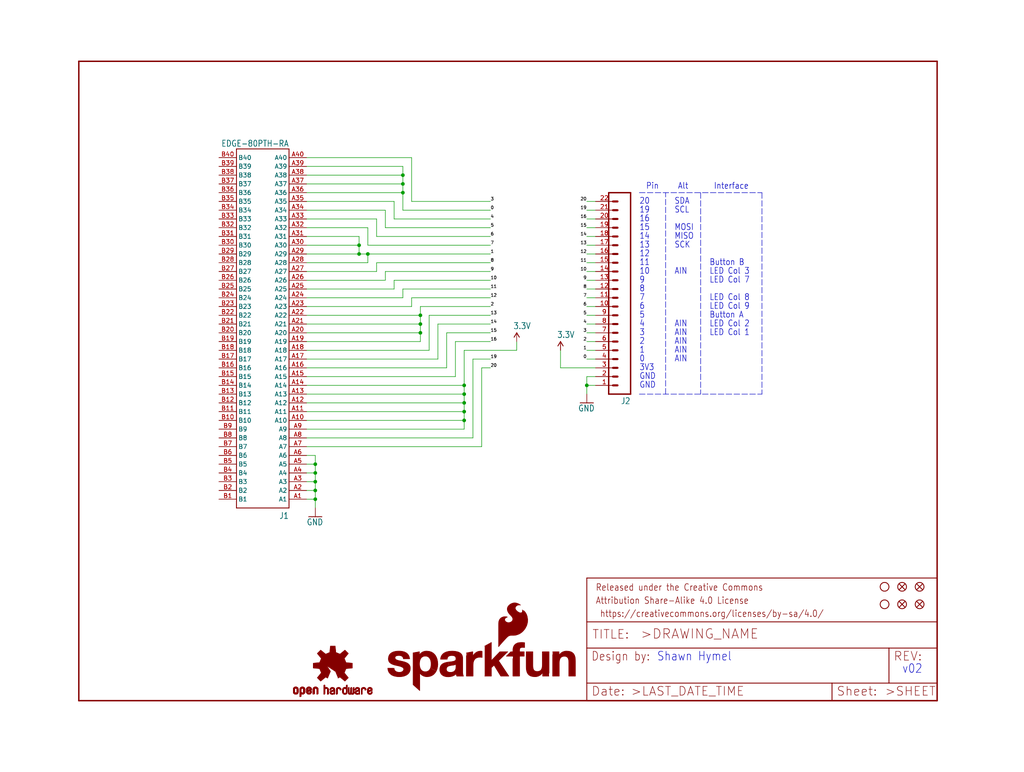
<source format=kicad_sch>
(kicad_sch (version 20211123) (generator eeschema)
  (paper "User" 297.002 223.926)
  (lib_symbols
    (symbol "eagleSchem-eagle-import:3.3V" (power)
      (property "Value" "3.3V" (at -1.016 3.556 0))
      (symbol "3.3V_1_0"
        (pin power_in line (at 0 0 90) (length 2.54) (name "3.3V") (number "1"))
      )
    )
    (symbol "eagleSchem-eagle-import:EDGE-80PTH-RA"
      (property "Reference" "J" (at -7.62 52.07 0))
      (property "Value" "EDGE-80PTH-RA" (at -7.62 -55.88 0))
      (symbol "EDGE-80PTH-RA_1_0"
        (pin bidirectional line (at -12.7 48.26 0) (length 5.08) (name "A1") (number "A1"))
        (pin bidirectional line (at -12.7 25.4 0) (length 5.08) (name "A10") (number "A10"))
        (pin bidirectional line (at -12.7 22.86 0) (length 5.08) (name "A11") (number "A11"))
        (pin bidirectional line (at -12.7 20.32 0) (length 5.08) (name "A12") (number "A12"))
        (pin bidirectional line (at -12.7 17.78 0) (length 5.08) (name "A13") (number "A13"))
        (pin bidirectional line (at -12.7 15.24 0) (length 5.08) (name "A14") (number "A14"))
        (pin bidirectional line (at -12.7 12.7 0) (length 5.08) (name "A15") (number "A15"))
        (pin bidirectional line (at -12.7 10.16 0) (length 5.08) (name "A16") (number "A16"))
        (pin bidirectional line (at -12.7 7.62 0) (length 5.08) (name "A17") (number "A17"))
        (pin bidirectional line (at -12.7 5.08 0) (length 5.08) (name "A18") (number "A18"))
        (pin bidirectional line (at -12.7 2.54 0) (length 5.08) (name "A19") (number "A19"))
        (pin bidirectional line (at -12.7 45.72 0) (length 5.08) (name "A2") (number "A2"))
        (pin bidirectional line (at -12.7 0 0) (length 5.08) (name "A20") (number "A20"))
        (pin bidirectional line (at -12.7 -2.54 0) (length 5.08) (name "A21") (number "A21"))
        (pin bidirectional line (at -12.7 -5.08 0) (length 5.08) (name "A22") (number "A22"))
        (pin bidirectional line (at -12.7 -7.62 0) (length 5.08) (name "A23") (number "A23"))
        (pin bidirectional line (at -12.7 -10.16 0) (length 5.08) (name "A24") (number "A24"))
        (pin bidirectional line (at -12.7 -12.7 0) (length 5.08) (name "A25") (number "A25"))
        (pin bidirectional line (at -12.7 -15.24 0) (length 5.08) (name "A26") (number "A26"))
        (pin bidirectional line (at -12.7 -17.78 0) (length 5.08) (name "A27") (number "A27"))
        (pin bidirectional line (at -12.7 -20.32 0) (length 5.08) (name "A28") (number "A28"))
        (pin bidirectional line (at -12.7 -22.86 0) (length 5.08) (name "A29") (number "A29"))
        (pin bidirectional line (at -12.7 43.18 0) (length 5.08) (name "A3") (number "A3"))
        (pin bidirectional line (at -12.7 -25.4 0) (length 5.08) (name "A30") (number "A30"))
        (pin bidirectional line (at -12.7 -27.94 0) (length 5.08) (name "A31") (number "A31"))
        (pin bidirectional line (at -12.7 -30.48 0) (length 5.08) (name "A32") (number "A32"))
        (pin bidirectional line (at -12.7 -33.02 0) (length 5.08) (name "A33") (number "A33"))
        (pin bidirectional line (at -12.7 -35.56 0) (length 5.08) (name "A34") (number "A34"))
        (pin bidirectional line (at -12.7 -38.1 0) (length 5.08) (name "A35") (number "A35"))
        (pin bidirectional line (at -12.7 -40.64 0) (length 5.08) (name "A36") (number "A36"))
        (pin bidirectional line (at -12.7 -43.18 0) (length 5.08) (name "A37") (number "A37"))
        (pin bidirectional line (at -12.7 -45.72 0) (length 5.08) (name "A38") (number "A38"))
        (pin bidirectional line (at -12.7 -48.26 0) (length 5.08) (name "A39") (number "A39"))
        (pin bidirectional line (at -12.7 40.64 0) (length 5.08) (name "A4") (number "A4"))
        (pin bidirectional line (at -12.7 -50.8 0) (length 5.08) (name "A40") (number "A40"))
        (pin bidirectional line (at -12.7 38.1 0) (length 5.08) (name "A5") (number "A5"))
        (pin bidirectional line (at -12.7 35.56 0) (length 5.08) (name "A6") (number "A6"))
        (pin bidirectional line (at -12.7 33.02 0) (length 5.08) (name "A7") (number "A7"))
        (pin bidirectional line (at -12.7 30.48 0) (length 5.08) (name "A8") (number "A8"))
        (pin bidirectional line (at -12.7 27.94 0) (length 5.08) (name "A9") (number "A9"))
        (pin bidirectional line (at 12.7 48.26 180) (length 5.08) (name "B1") (number "B1"))
        (pin bidirectional line (at 12.7 25.4 180) (length 5.08) (name "B10") (number "B10"))
        (pin bidirectional line (at 12.7 22.86 180) (length 5.08) (name "B11") (number "B11"))
        (pin bidirectional line (at 12.7 20.32 180) (length 5.08) (name "B12") (number "B12"))
        (pin bidirectional line (at 12.7 17.78 180) (length 5.08) (name "B13") (number "B13"))
        (pin bidirectional line (at 12.7 15.24 180) (length 5.08) (name "B14") (number "B14"))
        (pin bidirectional line (at 12.7 12.7 180) (length 5.08) (name "B15") (number "B15"))
        (pin bidirectional line (at 12.7 10.16 180) (length 5.08) (name "B16") (number "B16"))
        (pin bidirectional line (at 12.7 7.62 180) (length 5.08) (name "B17") (number "B17"))
        (pin bidirectional line (at 12.7 5.08 180) (length 5.08) (name "B18") (number "B18"))
        (pin bidirectional line (at 12.7 2.54 180) (length 5.08) (name "B19") (number "B19"))
        (pin bidirectional line (at 12.7 45.72 180) (length 5.08) (name "B2") (number "B2"))
        (pin bidirectional line (at 12.7 0 180) (length 5.08) (name "B20") (number "B20"))
        (pin bidirectional line (at 12.7 -2.54 180) (length 5.08) (name "B21") (number "B21"))
        (pin bidirectional line (at 12.7 -5.08 180) (length 5.08) (name "B22") (number "B22"))
        (pin bidirectional line (at 12.7 -7.62 180) (length 5.08) (name "B23") (number "B23"))
        (pin bidirectional line (at 12.7 -10.16 180) (length 5.08) (name "B24") (number "B24"))
        (pin bidirectional line (at 12.7 -12.7 180) (length 5.08) (name "B25") (number "B25"))
        (pin bidirectional line (at 12.7 -15.24 180) (length 5.08) (name "B26") (number "B26"))
        (pin bidirectional line (at 12.7 -17.78 180) (length 5.08) (name "B27") (number "B27"))
        (pin bidirectional line (at 12.7 -20.32 180) (length 5.08) (name "B28") (number "B28"))
        (pin bidirectional line (at 12.7 -22.86 180) (length 5.08) (name "B29") (number "B29"))
        (pin bidirectional line (at 12.7 43.18 180) (length 5.08) (name "B3") (number "B3"))
        (pin bidirectional line (at 12.7 -25.4 180) (length 5.08) (name "B30") (number "B30"))
        (pin bidirectional line (at 12.7 -27.94 180) (length 5.08) (name "B31") (number "B31"))
        (pin bidirectional line (at 12.7 -30.48 180) (length 5.08) (name "B32") (number "B32"))
        (pin bidirectional line (at 12.7 -33.02 180) (length 5.08) (name "B33") (number "B33"))
        (pin bidirectional line (at 12.7 -35.56 180) (length 5.08) (name "B34") (number "B34"))
        (pin bidirectional line (at 12.7 -38.1 180) (length 5.08) (name "B35") (number "B35"))
        (pin bidirectional line (at 12.7 -40.64 180) (length 5.08) (name "B36") (number "B36"))
        (pin bidirectional line (at 12.7 -43.18 180) (length 5.08) (name "B37") (number "B37"))
        (pin bidirectional line (at 12.7 -45.72 180) (length 5.08) (name "B38") (number "B38"))
        (pin bidirectional line (at 12.7 -48.26 180) (length 5.08) (name "B39") (number "B39"))
        (pin bidirectional line (at 12.7 40.64 180) (length 5.08) (name "B4") (number "B4"))
        (pin bidirectional line (at 12.7 -50.8 180) (length 5.08) (name "B40") (number "B40"))
        (pin bidirectional line (at 12.7 38.1 180) (length 5.08) (name "B5") (number "B5"))
        (pin bidirectional line (at 12.7 35.56 180) (length 5.08) (name "B6") (number "B6"))
        (pin bidirectional line (at 12.7 33.02 180) (length 5.08) (name "B7") (number "B7"))
        (pin bidirectional line (at 12.7 30.48 180) (length 5.08) (name "B8") (number "B8"))
        (pin bidirectional line (at 12.7 27.94 180) (length 5.08) (name "B9") (number "B9"))
      )
    )
    (symbol "eagleSchem-eagle-import:FIDUCIAL1X2")
    (symbol "eagleSchem-eagle-import:FRAME-LETTER"
      (symbol "FRAME-LETTER_2_0"
        (text " https://creativecommons.org/licenses/by-sa/4.0/" (at 2.54 24.13 0) (effects (font (size 1.9304 1.6408)) (justify left bottom)))
        (text ">DRAWING_NAME" (at 15.494 17.78 0) (effects (font (size 2.7432 2.7432)) (justify left bottom)))
        (text ">LAST_DATE_TIME" (at 12.7 1.27 0) (effects (font (size 2.54 2.54)) (justify left bottom)))
        (text ">SHEET" (at 86.36 1.27 0) (effects (font (size 2.54 2.54)) (justify left bottom)))
        (text "Attribution Share-Alike 4.0 License" (at 2.54 27.94 0) (effects (font (size 1.9304 1.6408)) (justify left bottom)))
        (text "Date:" (at 1.27 1.27 0) (effects (font (size 2.54 2.54)) (justify left bottom)))
        (text "Design by:" (at 1.27 11.43 0) (effects (font (size 2.54 2.159)) (justify left bottom)))
        (text "Released under the Creative Commons" (at 2.54 31.75 0) (effects (font (size 1.9304 1.6408)) (justify left bottom)))
        (text "REV:" (at 88.9 11.43 0) (effects (font (size 2.54 2.54)) (justify left bottom)))
        (text "Sheet:" (at 72.39 1.27 0) (effects (font (size 2.54 2.54)) (justify left bottom)))
        (text "TITLE:" (at 1.524 17.78 0) (effects (font (size 2.54 2.54)) (justify left bottom)))
      )
    )
    (symbol "eagleSchem-eagle-import:GND" (power)
      (property "Value" "GND" (at -2.54 -2.54 0))
      (symbol "GND_1_0"
        (pin power_in line (at 0 2.54 270) (length 2.54) (name "GND") (number "1"))
      )
    )
    (symbol "eagleSchem-eagle-import:M22PTH"
      (property "Reference" "J" (at -2.54 28.702 0))
      (property "Value" "M22PTH" (at -2.54 -33.02 0))
      (symbol "M22PTH_1_0"
        (pin passive line (at 7.62 -27.94 180) (length 5.08) (name "1") (number "1"))
        (pin passive line (at 7.62 -5.08 180) (length 5.08) (name "10") (number "10"))
        (pin passive line (at 7.62 -2.54 180) (length 5.08) (name "11") (number "11"))
        (pin passive line (at 7.62 0 180) (length 5.08) (name "12") (number "12"))
        (pin passive line (at 7.62 2.54 180) (length 5.08) (name "13") (number "13"))
        (pin passive line (at 7.62 5.08 180) (length 5.08) (name "14") (number "14"))
        (pin passive line (at 7.62 7.62 180) (length 5.08) (name "15") (number "15"))
        (pin passive line (at 7.62 10.16 180) (length 5.08) (name "16") (number "16"))
        (pin passive line (at 7.62 12.7 180) (length 5.08) (name "17") (number "17"))
        (pin passive line (at 7.62 15.24 180) (length 5.08) (name "18") (number "18"))
        (pin passive line (at 7.62 17.78 180) (length 5.08) (name "19") (number "19"))
        (pin passive line (at 7.62 -25.4 180) (length 5.08) (name "2") (number "2"))
        (pin passive line (at 7.62 20.32 180) (length 5.08) (name "20") (number "20"))
        (pin passive line (at 7.62 22.86 180) (length 5.08) (name "21") (number "21"))
        (pin passive line (at 7.62 25.4 180) (length 5.08) (name "22") (number "22"))
        (pin passive line (at 7.62 -22.86 180) (length 5.08) (name "3") (number "3"))
        (pin passive line (at 7.62 -20.32 180) (length 5.08) (name "4") (number "4"))
        (pin passive line (at 7.62 -17.78 180) (length 5.08) (name "5") (number "5"))
        (pin passive line (at 7.62 -15.24 180) (length 5.08) (name "6") (number "6"))
        (pin passive line (at 7.62 -12.7 180) (length 5.08) (name "7") (number "7"))
        (pin passive line (at 7.62 -10.16 180) (length 5.08) (name "8") (number "8"))
        (pin passive line (at 7.62 -7.62 180) (length 5.08) (name "9") (number "9"))
      )
    )
    (symbol "eagleSchem-eagle-import:OSHW-LOGOS")
    (symbol "eagleSchem-eagle-import:SFE_LOGO_NAME_FLAME.1_INCH")
    (symbol "eagleSchem-eagle-import:STAND-OFF")
  )
  (junction (at 134.62 116.84))
  (junction (at 121.92 96.52))
  (junction (at 91.44 139.7))
  (junction (at 91.44 137.16))
  (junction (at 104.14 73.66))
  (junction (at 170.18 111.76))
  (junction (at 116.84 50.8))
  (junction (at 134.62 119.38))
  (junction (at 91.44 144.78))
  (junction (at 116.84 55.88))
  (junction (at 106.68 73.66))
  (junction (at 91.44 134.62))
  (junction (at 91.44 142.24))
  (junction (at 104.14 71.12))
  (junction (at 134.62 111.76))
  (junction (at 134.62 121.92))
  (junction (at 116.84 53.34))
  (junction (at 121.92 93.98))
  (junction (at 134.62 114.3))
  (junction (at 121.92 91.44))
  (wire (pts (xy 172.72 71.12) (xy 170.18 71.12)))
  (wire (pts (xy 172.72 76.2) (xy 170.18 76.2)))
  (wire (pts (xy 88.9 137.16) (xy 91.44 137.16)))
  (wire (pts (xy 111.76 60.96) (xy 111.76 66.04)))
  (wire (pts (xy 88.9 104.14) (xy 127 104.14)))
  (wire (pts (xy 119.38 45.72) (xy 119.38 58.42)))
  (wire (pts (xy 172.72 99.06) (xy 170.18 99.06)))
  (wire (pts (xy 127 93.98) (xy 142.24 93.98)))
  (wire (pts (xy 88.9 81.28) (xy 111.76 81.28)))
  (wire (pts (xy 106.68 66.04) (xy 106.68 71.12)))
  (wire (pts (xy 111.76 78.74) (xy 142.24 78.74)))
  (polyline (pts (xy 203.2 55.88) (xy 203.2 114.3)))
  (wire (pts (xy 88.9 124.46) (xy 134.62 124.46)))
  (wire (pts (xy 127 104.14) (xy 127 93.98)))
  (wire (pts (xy 172.72 83.82) (xy 170.18 83.82)))
  (wire (pts (xy 88.9 63.5) (xy 109.22 63.5)))
  (wire (pts (xy 88.9 78.74) (xy 109.22 78.74)))
  (wire (pts (xy 124.46 101.6) (xy 124.46 91.44)))
  (wire (pts (xy 88.9 66.04) (xy 106.68 66.04)))
  (wire (pts (xy 121.92 91.44) (xy 121.92 88.9)))
  (wire (pts (xy 88.9 76.2) (xy 106.68 76.2)))
  (wire (pts (xy 119.38 88.9) (xy 119.38 86.36)))
  (wire (pts (xy 134.62 124.46) (xy 134.62 121.92)))
  (wire (pts (xy 111.76 66.04) (xy 142.24 66.04)))
  (wire (pts (xy 114.3 63.5) (xy 142.24 63.5)))
  (wire (pts (xy 172.72 78.74) (xy 170.18 78.74)))
  (wire (pts (xy 134.62 111.76) (xy 134.62 101.6)))
  (wire (pts (xy 88.9 116.84) (xy 134.62 116.84)))
  (wire (pts (xy 134.62 101.6) (xy 149.86 101.6)))
  (wire (pts (xy 88.9 45.72) (xy 119.38 45.72)))
  (wire (pts (xy 172.72 68.58) (xy 170.18 68.58)))
  (wire (pts (xy 132.08 99.06) (xy 142.24 99.06)))
  (wire (pts (xy 124.46 91.44) (xy 142.24 91.44)))
  (wire (pts (xy 139.7 129.54) (xy 139.7 106.68)))
  (wire (pts (xy 88.9 119.38) (xy 134.62 119.38)))
  (wire (pts (xy 104.14 68.58) (xy 104.14 71.12)))
  (wire (pts (xy 137.16 127) (xy 137.16 104.14)))
  (wire (pts (xy 116.84 53.34) (xy 116.84 55.88)))
  (wire (pts (xy 170.18 111.76) (xy 170.18 114.3)))
  (wire (pts (xy 88.9 106.68) (xy 129.54 106.68)))
  (wire (pts (xy 114.3 83.82) (xy 114.3 81.28)))
  (wire (pts (xy 121.92 88.9) (xy 142.24 88.9)))
  (wire (pts (xy 119.38 86.36) (xy 142.24 86.36)))
  (wire (pts (xy 91.44 137.16) (xy 91.44 134.62)))
  (wire (pts (xy 172.72 91.44) (xy 170.18 91.44)))
  (wire (pts (xy 134.62 116.84) (xy 134.62 114.3)))
  (wire (pts (xy 114.3 58.42) (xy 114.3 63.5)))
  (polyline (pts (xy 185.42 55.88) (xy 220.98 55.88)))
  (wire (pts (xy 172.72 88.9) (xy 170.18 88.9)))
  (wire (pts (xy 91.44 139.7) (xy 91.44 137.16)))
  (wire (pts (xy 172.72 58.42) (xy 170.18 58.42)))
  (wire (pts (xy 88.9 127) (xy 137.16 127)))
  (wire (pts (xy 116.84 55.88) (xy 116.84 60.96)))
  (wire (pts (xy 172.72 81.28) (xy 170.18 81.28)))
  (wire (pts (xy 104.14 73.66) (xy 106.68 73.66)))
  (wire (pts (xy 91.44 134.62) (xy 91.44 132.08)))
  (wire (pts (xy 88.9 68.58) (xy 104.14 68.58)))
  (wire (pts (xy 91.44 144.78) (xy 91.44 142.24)))
  (wire (pts (xy 111.76 81.28) (xy 111.76 78.74)))
  (wire (pts (xy 88.9 71.12) (xy 104.14 71.12)))
  (wire (pts (xy 121.92 93.98) (xy 121.92 91.44)))
  (wire (pts (xy 88.9 93.98) (xy 121.92 93.98)))
  (wire (pts (xy 172.72 101.6) (xy 170.18 101.6)))
  (wire (pts (xy 116.84 48.26) (xy 116.84 50.8)))
  (wire (pts (xy 88.9 73.66) (xy 104.14 73.66)))
  (wire (pts (xy 88.9 48.26) (xy 116.84 48.26)))
  (wire (pts (xy 116.84 60.96) (xy 142.24 60.96)))
  (wire (pts (xy 88.9 129.54) (xy 139.7 129.54)))
  (wire (pts (xy 88.9 53.34) (xy 116.84 53.34)))
  (wire (pts (xy 88.9 83.82) (xy 114.3 83.82)))
  (wire (pts (xy 162.56 101.6) (xy 162.56 106.68)))
  (wire (pts (xy 109.22 78.74) (xy 109.22 76.2)))
  (wire (pts (xy 109.22 68.58) (xy 142.24 68.58)))
  (wire (pts (xy 121.92 96.52) (xy 121.92 93.98)))
  (wire (pts (xy 116.84 83.82) (xy 142.24 83.82)))
  (wire (pts (xy 88.9 88.9) (xy 119.38 88.9)))
  (wire (pts (xy 104.14 71.12) (xy 104.14 73.66)))
  (wire (pts (xy 88.9 109.22) (xy 132.08 109.22)))
  (wire (pts (xy 88.9 139.7) (xy 91.44 139.7)))
  (wire (pts (xy 172.72 104.14) (xy 170.18 104.14)))
  (wire (pts (xy 106.68 73.66) (xy 142.24 73.66)))
  (wire (pts (xy 139.7 106.68) (xy 142.24 106.68)))
  (wire (pts (xy 134.62 114.3) (xy 134.62 111.76)))
  (wire (pts (xy 91.44 144.78) (xy 91.44 147.32)))
  (wire (pts (xy 172.72 73.66) (xy 170.18 73.66)))
  (wire (pts (xy 129.54 106.68) (xy 129.54 96.52)))
  (wire (pts (xy 109.22 76.2) (xy 142.24 76.2)))
  (wire (pts (xy 170.18 109.22) (xy 170.18 111.76)))
  (wire (pts (xy 88.9 50.8) (xy 116.84 50.8)))
  (wire (pts (xy 132.08 109.22) (xy 132.08 99.06)))
  (wire (pts (xy 129.54 96.52) (xy 142.24 96.52)))
  (polyline (pts (xy 220.98 55.88) (xy 220.98 114.3)))
  (wire (pts (xy 134.62 119.38) (xy 134.62 116.84)))
  (wire (pts (xy 172.72 63.5) (xy 170.18 63.5)))
  (wire (pts (xy 172.72 96.52) (xy 170.18 96.52)))
  (wire (pts (xy 114.3 81.28) (xy 142.24 81.28)))
  (wire (pts (xy 172.72 109.22) (xy 170.18 109.22)))
  (wire (pts (xy 88.9 58.42) (xy 114.3 58.42)))
  (wire (pts (xy 116.84 50.8) (xy 116.84 53.34)))
  (wire (pts (xy 172.72 66.04) (xy 170.18 66.04)))
  (wire (pts (xy 106.68 71.12) (xy 142.24 71.12)))
  (wire (pts (xy 88.9 114.3) (xy 134.62 114.3)))
  (wire (pts (xy 134.62 121.92) (xy 134.62 119.38)))
  (wire (pts (xy 88.9 134.62) (xy 91.44 134.62)))
  (wire (pts (xy 88.9 99.06) (xy 121.92 99.06)))
  (wire (pts (xy 172.72 111.76) (xy 170.18 111.76)))
  (wire (pts (xy 119.38 58.42) (xy 142.24 58.42)))
  (polyline (pts (xy 185.42 114.3) (xy 220.98 114.3)))
  (wire (pts (xy 109.22 63.5) (xy 109.22 68.58)))
  (wire (pts (xy 88.9 144.78) (xy 91.44 144.78)))
  (wire (pts (xy 88.9 55.88) (xy 116.84 55.88)))
  (polyline (pts (xy 193.04 114.3) (xy 193.04 55.88)))
  (wire (pts (xy 91.44 142.24) (xy 91.44 139.7)))
  (wire (pts (xy 106.68 76.2) (xy 106.68 73.66)))
  (wire (pts (xy 88.9 142.24) (xy 91.44 142.24)))
  (wire (pts (xy 172.72 106.68) (xy 162.56 106.68)))
  (wire (pts (xy 88.9 96.52) (xy 121.92 96.52)))
  (wire (pts (xy 88.9 111.76) (xy 134.62 111.76)))
  (wire (pts (xy 88.9 132.08) (xy 91.44 132.08)))
  (wire (pts (xy 172.72 93.98) (xy 170.18 93.98)))
  (wire (pts (xy 88.9 60.96) (xy 111.76 60.96)))
  (wire (pts (xy 88.9 91.44) (xy 121.92 91.44)))
  (wire (pts (xy 172.72 60.96) (xy 170.18 60.96)))
  (wire (pts (xy 149.86 101.6) (xy 149.86 99.06)))
  (wire (pts (xy 137.16 104.14) (xy 142.24 104.14)))
  (wire (pts (xy 88.9 121.92) (xy 134.62 121.92)))
  (wire (pts (xy 88.9 101.6) (xy 124.46 101.6)))
  (wire (pts (xy 116.84 86.36) (xy 116.84 83.82)))
  (wire (pts (xy 172.72 86.36) (xy 170.18 86.36)))
  (wire (pts (xy 88.9 86.36) (xy 116.84 86.36)))
  (wire (pts (xy 121.92 99.06) (xy 121.92 96.52)))
  (text "3" (at 185.42 96.52 180) (effects (font (size 1.778 1.5113)) (justify left)))
  (text "14" (at 185.42 68.58 180) (effects (font (size 1.778 1.5113)) (justify left)))
  (text "1" (at 185.42 101.6 180) (effects (font (size 1.778 1.5113)) (justify left)))
  (text "5" (at 185.42 91.44 180) (effects (font (size 1.778 1.5113)) (justify left)))
  (text "AIN" (at 195.58 78.74 180) (effects (font (size 1.778 1.5113)) (justify left)))
  (text "LED Col 7" (at 205.74 81.28 180) (effects (font (size 1.778 1.5113)) (justify left)))
  (text "6" (at 185.42 88.9 180) (effects (font (size 1.778 1.5113)) (justify left)))
  (text "12" (at 185.42 73.66 180) (effects (font (size 1.778 1.5113)) (justify left)))
  (text "Button A" (at 205.74 91.44 180) (effects (font (size 1.778 1.5113)) (justify left)))
  (text "Pin" (at 189.23 55.118 180) (effects (font (size 1.778 1.5113)) (justify bottom)))
  (text "11" (at 185.42 76.2 180) (effects (font (size 1.778 1.5113)) (justify left)))
  (text "20" (at 185.42 58.42 180) (effects (font (size 1.778 1.5113)) (justify left)))
  (text "GND" (at 185.42 109.22 180) (effects (font (size 1.778 1.5113)) (justify left)))
  (text "AIN" (at 195.58 104.14 180) (effects (font (size 1.778 1.5113)) (justify left)))
  (text "7" (at 185.42 86.36 180) (effects (font (size 1.778 1.5113)) (justify left)))
  (text "2" (at 185.42 99.06 180) (effects (font (size 1.778 1.5113)) (justify left)))
  (text "LED Col 8" (at 205.74 86.36 180) (effects (font (size 1.778 1.5113)) (justify left)))
  (text "LED Col 2" (at 205.74 93.98 180) (effects (font (size 1.778 1.5113)) (justify left)))
  (text "15" (at 185.42 66.04 180) (effects (font (size 1.778 1.5113)) (justify left)))
  (text "Alt" (at 198.12 55.118 180) (effects (font (size 1.778 1.5113)) (justify bottom)))
  (text "4" (at 185.42 93.98 180) (effects (font (size 1.778 1.5113)) (justify left)))
  (text "SCL" (at 195.58 60.96 180) (effects (font (size 1.778 1.5113)) (justify left)))
  (text "9" (at 185.42 81.28 180) (effects (font (size 1.778 1.5113)) (justify left)))
  (text "8" (at 185.42 83.82 180) (effects (font (size 1.778 1.5113)) (justify left)))
  (text "AIN" (at 195.58 93.98 180) (effects (font (size 1.778 1.5113)) (justify left)))
  (text "19" (at 185.42 60.96 180) (effects (font (size 1.778 1.5113)) (justify left)))
  (text "LED Col 9" (at 205.74 88.9 180) (effects (font (size 1.778 1.5113)) (justify left)))
  (text "AIN" (at 195.58 99.06 180) (effects (font (size 1.778 1.5113)) (justify left)))
  (text "GND" (at 185.42 111.76 180) (effects (font (size 1.778 1.5113)) (justify left)))
  (text "SCK" (at 195.58 71.12 180) (effects (font (size 1.778 1.5113)) (justify left)))
  (text "13" (at 185.42 71.12 180) (effects (font (size 1.778 1.5113)) (justify left)))
  (text "MISO" (at 195.58 68.58 180) (effects (font (size 1.778 1.5113)) (justify left)))
  (text "Button B" (at 205.74 76.2 180) (effects (font (size 1.778 1.5113)) (justify left)))
  (text "10" (at 185.42 78.74 180) (effects (font (size 1.778 1.5113)) (justify left)))
  (text "MOSI" (at 195.58 66.04 180) (effects (font (size 1.778 1.5113)) (justify left)))
  (text "16" (at 185.42 63.5 180) (effects (font (size 1.778 1.5113)) (justify left)))
  (text "AIN" (at 195.58 101.6 180) (effects (font (size 1.778 1.5113)) (justify left)))
  (text "Shawn Hymel" (at 190.5 190.5 180) (effects (font (size 2.54 2.159)) (justify left)))
  (text "SDA" (at 195.58 58.42 180) (effects (font (size 1.778 1.5113)) (justify left)))
  (text "AIN" (at 195.58 96.52 180) (effects (font (size 1.778 1.5113)) (justify left)))
  (text "0" (at 185.42 104.14 180) (effects (font (size 1.778 1.5113)) (justify left)))
  (text "LED Col 3" (at 205.74 78.74 180) (effects (font (size 1.778 1.5113)) (justify left)))
  (text "LED Col 1" (at 205.74 96.52 180) (effects (font (size 1.778 1.5113)) (justify left)))
  (text "3V3" (at 185.42 106.68 180) (effects (font (size 1.778 1.5113)) (justify left)))
  (text "v02" (at 261.62 195.58 180) (effects (font (size 2.54 2.159)) (justify left bottom)))
  (text "Interface" (at 212.09 55.118 180) (effects (font (size 1.778 1.5113)) (justify bottom)))
  (label "20" (at 170.18 58.42 180) (effects (font (size 0.889 0.889))))
  (label "11" (at 170.18 76.2 180) (effects (font (size 0.889 0.889))))
  (label "4" (at 170.18 93.98 180) (effects (font (size 0.889 0.889))))
  (label "7" (at 170.18 86.36 180) (effects (font (size 0.889 0.889))))
  (label "16" (at 142.24 99.06 0) (effects (font (size 0.889 0.889))))
  (label "8" (at 142.24 76.2 0) (effects (font (size 0.889 0.889))))
  (label "13" (at 170.18 71.12 180) (effects (font (size 0.889 0.889))))
  (label "15" (at 142.24 96.52 0) (effects (font (size 0.889 0.889))))
  (label "2" (at 142.24 88.9 0) (effects (font (size 0.889 0.889))))
  (label "7" (at 142.24 71.12 0) (effects (font (size 0.889 0.889))))
  (label "6" (at 170.18 88.9 180) (effects (font (size 0.889 0.889))))
  (label "8" (at 170.18 83.82 180) (effects (font (size 0.889 0.889))))
  (label "3" (at 170.18 96.52 180) (effects (font (size 0.889 0.889))))
  (label "1" (at 170.18 101.6 180) (effects (font (size 0.889 0.889))))
  (label "3" (at 142.24 58.42 0) (effects (font (size 0.889 0.889))))
  (label "11" (at 142.24 83.82 0) (effects (font (size 0.889 0.889))))
  (label "0" (at 170.18 104.14 180) (effects (font (size 0.889 0.889))))
  (label "10" (at 170.18 78.74 180) (effects (font (size 0.889 0.889))))
  (label "6" (at 142.24 68.58 0) (effects (font (size 0.889 0.889))))
  (label "5" (at 142.24 66.04 0) (effects (font (size 0.889 0.889))))
  (label "10" (at 142.24 81.28 0) (effects (font (size 0.889 0.889))))
  (label "14" (at 142.24 93.98 0) (effects (font (size 0.889 0.889))))
  (label "2" (at 170.18 99.06 180) (effects (font (size 0.889 0.889))))
  (label "20" (at 142.24 106.68 0) (effects (font (size 0.889 0.889))))
  (label "16" (at 170.18 63.5 180) (effects (font (size 0.889 0.889))))
  (label "1" (at 142.24 73.66 0) (effects (font (size 0.889 0.889))))
  (label "9" (at 170.18 81.28 180) (effects (font (size 0.889 0.889))))
  (label "4" (at 142.24 63.5 0) (effects (font (size 0.889 0.889))))
  (label "15" (at 170.18 66.04 180) (effects (font (size 0.889 0.889))))
  (label "19" (at 170.18 60.96 180) (effects (font (size 0.889 0.889))))
  (label "0" (at 142.24 60.96 0) (effects (font (size 0.889 0.889))))
  (label "9" (at 142.24 78.74 0) (effects (font (size 0.889 0.889))))
  (label "12" (at 170.18 73.66 180) (effects (font (size 0.889 0.889))))
  (label "12" (at 142.24 86.36 0) (effects (font (size 0.889 0.889))))
  (label "13" (at 142.24 91.44 0) (effects (font (size 0.889 0.889))))
  (label "14" (at 170.18 68.58 180) (effects (font (size 0.889 0.889))))
  (label "19" (at 142.24 104.14 0) (effects (font (size 0.889 0.889))))
  (label "5" (at 170.18 91.44 180) (effects (font (size 0.889 0.889))))
  (symbol (lib_id "eagleSchem-eagle-import:GND") (at 91.44 149.86 0) (unit 1)
    (property "Reference" "#GND2" (effects hide))
    (property "Value" "GND" (at 88.9 152.4 0) (effects (font (size 1.778 1.5113)) (justify left bottom)))
    (property "Footprint" "eagleSchem:" (effects hide))
  )
  (symbol (lib_id "eagleSchem-eagle-import:FIDUCIAL1X2") (at 266.7 170.18 0) (unit 1)
    (property "Reference" "FD1" (effects hide))
    (property "Value" "FIDUCIAL1X2" (effects hide))
    (property "Footprint" "eagleSchem:FIDUCIAL-1X2" (effects hide))
  )
  (symbol (lib_id "eagleSchem-eagle-import:STAND-OFF") (at 256.54 170.18 0) (unit 1)
    (property "Reference" "H1" (effects hide))
    (property "Value" "STAND-OFF" (effects hide))
    (property "Footprint" "eagleSchem:STAND-OFF" (effects hide))
  )
  (symbol (lib_id "eagleSchem-eagle-import:FRAME-LETTER") (at 22.86 203.2 0) (unit 1)
    (property "Reference" "FRAME1" (effects hide))
    (property "Value" "FRAME-LETTER" (effects hide))
    (property "Footprint" "eagleSchem:CREATIVE_COMMONS" (effects hide))
  )
  (symbol (lib_id "eagleSchem-eagle-import:EDGE-80PTH-RA") (at 76.2 96.52 180) (unit 1)
    (property "Reference" "J1" (at 83.82 148.59 0) (effects (font (size 1.778 1.5113)) (justify left bottom)))
    (property "Value" "EDGE-80PTH-RA" (at 83.82 40.64 0) (effects (font (size 1.778 1.5113)) (justify left bottom)))
    (property "Footprint" "eagleSchem:VEC-127-080-R" (effects hide))
  )
  (symbol (lib_id "eagleSchem-eagle-import:GND") (at 170.18 116.84 0) (unit 1)
    (property "Reference" "#GND1" (effects hide))
    (property "Value" "GND" (at 167.64 119.38 0) (effects (font (size 1.778 1.5113)) (justify left bottom)))
    (property "Footprint" "eagleSchem:" (effects hide))
  )
  (symbol (lib_id "eagleSchem-eagle-import:FIDUCIAL1X2") (at 261.62 170.18 0) (unit 1)
    (property "Reference" "FD3" (effects hide))
    (property "Value" "FIDUCIAL1X2" (effects hide))
    (property "Footprint" "eagleSchem:FIDUCIAL-1X2" (effects hide))
  )
  (symbol (lib_id "eagleSchem-eagle-import:FIDUCIAL1X2") (at 261.62 175.26 0) (unit 1)
    (property "Reference" "FD4" (effects hide))
    (property "Value" "FIDUCIAL1X2" (effects hide))
    (property "Footprint" "eagleSchem:FIDUCIAL-1X2" (effects hide))
  )
  (symbol (lib_id "eagleSchem-eagle-import:OSHW-LOGOS") (at 96.52 193.04 0) (unit 1)
    (property "Reference" "LOGO3" (effects hide))
    (property "Value" "OSHW-LOGOS" (effects hide))
    (property "Footprint" "eagleSchem:OSHW-LOGO-S" (effects hide))
  )
  (symbol (lib_id "eagleSchem-eagle-import:SFE_LOGO_NAME_FLAME.1_INCH") (at 111.76 200.66 0) (unit 1)
    (property "Reference" "LOGO2" (effects hide))
    (property "Value" "SFE_LOGO_NAME_FLAME.1_INCH" (effects hide))
    (property "Footprint" "eagleSchem:SFE_LOGO_NAME_FLAME_.1" (effects hide))
  )
  (symbol (lib_id "eagleSchem-eagle-import:M22PTH") (at 180.34 83.82 0) (mirror y) (unit 1)
    (property "Reference" "J2" (at 182.88 115.316 0) (effects (font (size 1.778 1.5113)) (justify left top)))
    (property "Value" "M22PTH" (effects hide))
    (property "Footprint" "eagleSchem:1X22" (effects hide))
  )
  (symbol (lib_id "eagleSchem-eagle-import:FRAME-LETTER") (at 170.18 203.2 0) (unit 2)
    (property "Reference" "FRAME1" (effects hide))
    (property "Value" "FRAME-LETTER" (effects hide))
    (property "Footprint" "eagleSchem:CREATIVE_COMMONS" (effects hide))
  )
  (symbol (lib_id "eagleSchem-eagle-import:STAND-OFF") (at 256.54 175.26 0) (unit 1)
    (property "Reference" "H2" (effects hide))
    (property "Value" "STAND-OFF" (effects hide))
    (property "Footprint" "eagleSchem:STAND-OFF" (effects hide))
  )
  (symbol (lib_id "eagleSchem-eagle-import:3.3V") (at 162.56 101.6 0) (unit 1)
    (property "Reference" "#SUPPLY2" (effects hide))
    (property "Value" "3.3V" (at 161.544 98.044 0) (effects (font (size 1.778 1.5113)) (justify left bottom)))
    (property "Footprint" "eagleSchem:" (effects hide))
  )
  (symbol (lib_id "eagleSchem-eagle-import:FIDUCIAL1X2") (at 266.7 175.26 0) (unit 1)
    (property "Reference" "FD2" (effects hide))
    (property "Value" "FIDUCIAL1X2" (effects hide))
    (property "Footprint" "eagleSchem:FIDUCIAL-1X2" (effects hide))
  )
  (symbol (lib_id "eagleSchem-eagle-import:3.3V") (at 149.86 99.06 0) (unit 1)
    (property "Reference" "#SUPPLY1" (effects hide))
    (property "Value" "3.3V" (at 148.844 95.504 0) (effects (font (size 1.778 1.5113)) (justify left bottom)))
    (property "Footprint" "eagleSchem:" (effects hide))
  )
)
</source>
